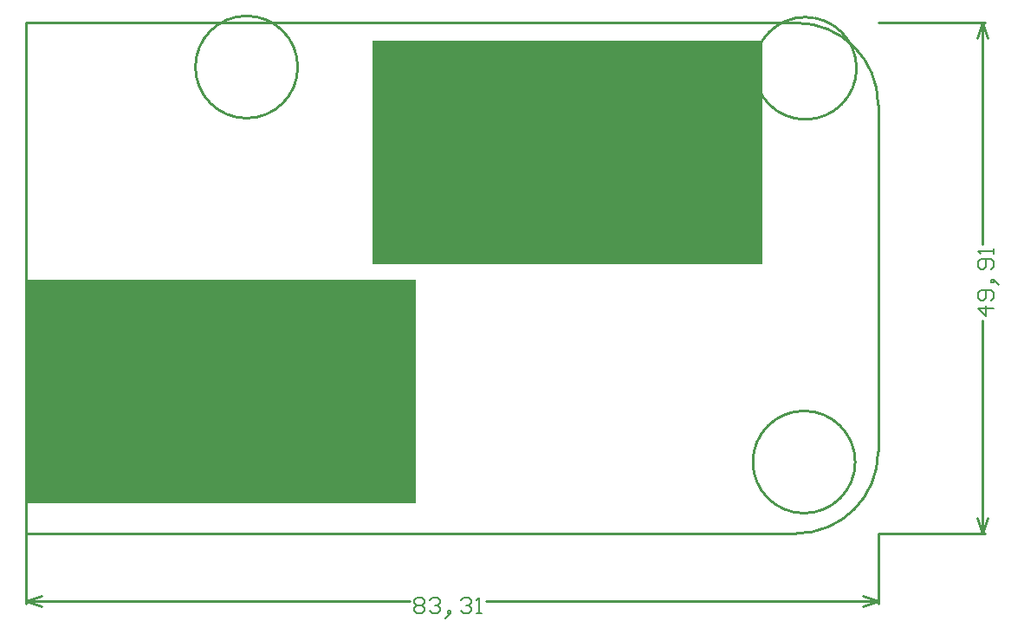
<source format=gm1>
%FSAX42Y42*%
%MOMM*%
G71*
G01*
G75*
G04 Layer_Color=16711935*
%ADD10C,3.70*%
%ADD11C,0.30*%
%ADD12C,1.30*%
%ADD13C,1.00*%
%ADD14C,2.50*%
%ADD15R,2.50X2.50*%
%ADD16C,3.00*%
%ADD17C,1.57*%
%ADD18R,1.57X1.57*%
%ADD19C,6.50*%
%ADD20C,1.20*%
%ADD21R,2.50X2.50*%
%ADD22R,1.57X1.57*%
%ADD23C,1.52*%
%ADD24C,2.00*%
%ADD25R,2.00X2.00*%
%ADD26C,0.15*%
%ADD27C,0.25*%
%ADD28C,0.20*%
%ADD29C,0.30*%
%ADD30R,2.80X0.80*%
%ADD31C,2.70*%
%ADD32R,2.70X2.70*%
%ADD33C,3.20*%
%ADD34C,1.78*%
%ADD35R,1.78X1.78*%
%ADD36C,6.70*%
%ADD37C,1.40*%
%ADD38R,2.70X2.70*%
%ADD39R,1.78X1.78*%
%ADD40C,1.73*%
%ADD41C,2.20*%
%ADD42R,2.20X2.20*%
%ADD43C,0.15*%
%ADD44R,38.10X21.90*%
D27*
X012738Y012535D02*
G03*
X013538Y013335I000000J000800D01*
G01*
X013538Y016726D02*
G03*
X012738Y017526I-000800J000000D01*
G01*
X013314Y013233D02*
G03*
X013314Y013233I-000500J000000D01*
G01*
X007866Y017094D02*
G03*
X007866Y017094I-000500J000000D01*
G01*
X013327Y017082D02*
G03*
X013327Y017082I-000500J000000D01*
G01*
X013538Y012535D02*
X014580D01*
X013538Y017526D02*
X014580D01*
X014554Y012535D02*
Y014619D01*
Y015361D02*
Y017526D01*
Y012535D02*
X014605Y012687D01*
X014503D02*
X014554Y012535D01*
X014503Y017374D02*
X014554Y017526D01*
X014605Y017374D01*
X005207Y011849D02*
Y017526D01*
X013538Y011849D02*
Y012535D01*
X005207Y011875D02*
X008961D01*
X009703D02*
X013538D01*
X005207D02*
X005359Y011824D01*
X005207Y011875D02*
X005359Y011925D01*
X013386D02*
X013538Y011875D01*
X013386Y011824D02*
X013538Y011875D01*
X005207Y012535D02*
Y017526D01*
X005220Y012535D02*
X012738D01*
X013538Y013335D02*
Y016726D01*
X005207Y017526D02*
X012738D01*
D43*
X014671Y014736D02*
X014519D01*
X014595Y014660D01*
Y014761D01*
X014646Y014812D02*
X014671Y014837D01*
Y014888D01*
X014646Y014914D01*
X014544D01*
X014519Y014888D01*
Y014837D01*
X014544Y014812D01*
X014569D01*
X014595Y014837D01*
Y014914D01*
X014696Y014990D02*
X014671Y015015D01*
X014646D01*
Y014990D01*
X014671D01*
Y015015D01*
X014696Y014990D01*
X014722Y014964D01*
X014646Y015117D02*
X014671Y015142D01*
Y015193D01*
X014646Y015218D01*
X014544D01*
X014519Y015193D01*
Y015142D01*
X014544Y015117D01*
X014569D01*
X014595Y015142D01*
Y015218D01*
X014671Y015269D02*
Y015320D01*
Y015295D01*
X014519D01*
X014544Y015269D01*
X009002Y011885D02*
X009027Y011910D01*
X009078D01*
X009103Y011885D01*
Y011859D01*
X009078Y011834D01*
X009103Y011808D01*
Y011783D01*
X009078Y011758D01*
X009027D01*
X009002Y011783D01*
Y011808D01*
X009027Y011834D01*
X009002Y011859D01*
Y011885D01*
X009027Y011834D02*
X009078D01*
X009154Y011885D02*
X009180Y011910D01*
X009230D01*
X009256Y011885D01*
Y011859D01*
X009230Y011834D01*
X009205D01*
X009230D01*
X009256Y011808D01*
Y011783D01*
X009230Y011758D01*
X009180D01*
X009154Y011783D01*
X009332Y011732D02*
X009357Y011758D01*
Y011783D01*
X009332D01*
Y011758D01*
X009357D01*
X009332Y011732D01*
X009307Y011707D01*
X009459Y011885D02*
X009484Y011910D01*
X009535D01*
X009560Y011885D01*
Y011859D01*
X009535Y011834D01*
X009510D01*
X009535D01*
X009560Y011808D01*
Y011783D01*
X009535Y011758D01*
X009484D01*
X009459Y011783D01*
X009611Y011758D02*
X009662D01*
X009637D01*
Y011910D01*
X009611Y011885D01*
D44*
X010505Y016256D02*
D03*
X007114Y013919D02*
D03*
M02*

</source>
